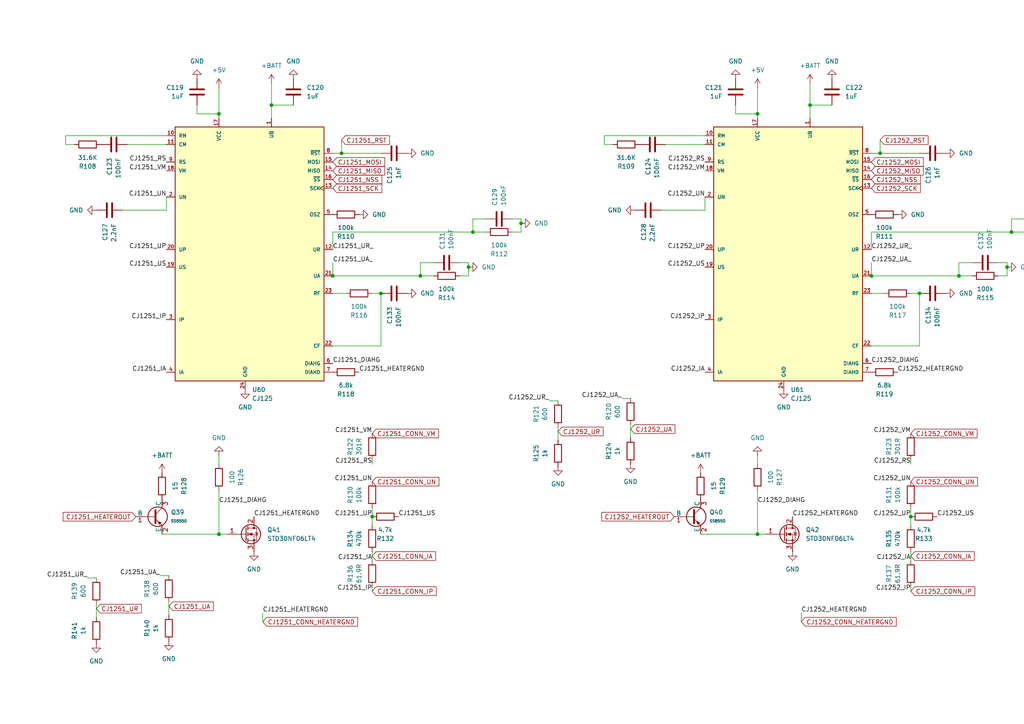
<source format=kicad_sch>
(kicad_sch (version 20250114) (generator "eeschema") (generator_version "9.0")
  (paper "A4")
  (lib_symbols
    (symbol "Device:C" (pin_numbers (hide yes)) (pin_names (offset 0.254))
      (property "Reference" "C" (at 0.635 2.54 0))
      (property "Value" "C" (at 0.635 -2.54 0))
      (symbol "C_0_1"
        (polyline (pts (xy -2.032 0.762) (xy 2.032 0.762)) (stroke (width 0.508)))
        (polyline (pts (xy -2.032 -0.762) (xy 2.032 -0.762)) (stroke (width 0.508)))
      )
      (symbol "C_1_1"
        (pin passive line (at 0 3.81 270) (length 2.794) (name "~") (number "1"))
        (pin passive line (at 0 -3.81 90) (length 2.794) (name "~") (number "2"))
      )
    )
    (symbol "Device:R" (pin_numbers (hide yes)) (pin_names (offset 0))
      (property "Reference" "R" (at 2.032 0 90))
      (property "Value" "R" (at 0 0 90))
      (symbol "R_0_1"
        (rectangle (start -1.016 -2.54) (end 1.016 2.54) (stroke (width 0.254)))
      )
      (symbol "R_1_1"
        (pin passive line (at 0 3.81 270) (length 1.27) (name "~") (number "1"))
        (pin passive line (at 0 -3.81 90) (length 1.27) (name "~") (number "2"))
      )
    )
    (symbol "PCM_JLCPCB-Transistors:PNP,SS8550" (pin_names (offset 0))
      (property "Reference" "Q" (at 4.8514 0.834 0))
      (property "Value" "SS8550" (at 4.8514 -1.2122 0))
      (symbol "PNP,SS8550_0_1"
        (polyline (pts (xy -2.54 0) (xy 0.635 0)) (stroke (width 0.1524)))
        (polyline (pts (xy 0.635 1.905) (xy 0.635 -1.905) (xy 0.635 -1.905)) (stroke (width 0.508)))
        (polyline (pts (xy 0.635 0.635) (xy 2.54 2.54)))
        (polyline (pts (xy 0.635 -0.635) (xy 2.54 -2.54) (xy 2.54 -2.54)))
        (circle (center 1.27 0) (radius 2.8194) (stroke (width 0.254)))
        (polyline (pts (xy 2.286 -1.778) (xy 1.778 -2.286) (xy 1.27 -1.27) (xy 2.286 -1.778) (xy 2.286 -1.778)) (fill (type outline)))
      )
      (symbol "PNP,SS8550_1_1"
        (pin input line (at -5.08 0 0) (length 2.54) (name "B") (number "1"))
        (pin open_collector line (at 2.54 5.08 270) (length 2.54) (name "C") (number "3"))
        (pin open_emitter line (at 2.54 -5.08 90) (length 2.54) (name "E") (number "2"))
      )
    )
    (symbol "Transistor_FET:STD7NK40Z" (pin_names (hide yes))
      (property "Reference" "Q" (at 5.08 1.905 0))
      (property "Value" "STD7NK40Z" (at 5.08 0 0))
      (symbol "STD7NK40Z_0_1"
        (polyline (pts (xy 0.254 1.905) (xy 0.254 -1.905)) (stroke (width 0.254)))
        (polyline (pts (xy 0.254 0) (xy -2.54 0)))
        (polyline (pts (xy 0.762 2.286) (xy 0.762 1.27)) (stroke (width 0.254)))
        (polyline (pts (xy 0.762 0.508) (xy 0.762 -0.508)) (stroke (width 0.254)))
        (polyline (pts (xy 0.762 -1.27) (xy 0.762 -2.286)) (stroke (width 0.254)))
        (polyline (pts (xy 0.762 -1.778) (xy 3.302 -1.778) (xy 3.302 1.778) (xy 0.762 1.778)))
        (polyline (pts (xy 1.016 0) (xy 2.032 0.381) (xy 2.032 -0.381) (xy 1.016 0)) (fill (type outline)))
        (circle (center 1.651 0) (radius 2.794) (stroke (width 0.254)))
        (polyline (pts (xy 2.54 2.54) (xy 2.54 1.778)))
        (circle (center 2.54 1.778) (radius 0.254) (fill (type outline)))
        (circle (center 2.54 -1.778) (radius 0.254) (fill (type outline)))
        (polyline (pts (xy 2.54 -2.54) (xy 2.54 0) (xy 0.762 0)))
        (polyline (pts (xy 2.794 0.508) (xy 2.921 0.381) (xy 3.683 0.381) (xy 3.81 0.254)))
        (polyline (pts (xy 3.302 0.381) (xy 2.921 -0.254) (xy 3.683 -0.254) (xy 3.302 0.381)))
      )
      (symbol "STD7NK40Z_1_1"
        (pin passive line (at -5.08 0 0) (length 2.54) (name "G") (number "1"))
        (pin passive line (at 2.54 5.08 270) (length 2.54) (name "D") (number "2"))
        (pin passive line (at 2.54 -5.08 90) (length 2.54) (name "S") (number "3"))
      )
    )
    (symbol "ecu_v2:CJ125" (pin_names (offset 1.016))
      (property "Reference" "U" (at -20.32 36.83 0))
      (property "Value" "CJ125" (at -20.32 -41.91 0))
      (symbol "CJ125_0_0"
        (rectangle (start -22.86 -38.1) (end 20.32 35.56) (stroke (width 0.254)) (fill (type background)))
        (pin passive line (at -25.4 33.02 0) (length 2.54) (name "RM") (number "10"))
        (pin passive line (at -25.4 30.48 0) (length 2.54) (name "CM") (number "11"))
        (pin passive line (at -25.4 25.4 0) (length 2.54) (name "RS") (number "9"))
        (pin passive line (at -25.4 22.86 0) (length 2.54) (name "VM") (number "18"))
        (pin passive line (at -25.4 15.24 0) (length 2.54) (name "UN") (number "2"))
        (pin passive line (at -25.4 0 0) (length 2.54) (name "UP") (number "20"))
        (pin passive line (at -25.4 -5.08 0) (length 2.54) (name "US") (number "19"))
        (pin passive line (at -25.4 -20.32 0) (length 2.54) (name "IP") (number "3"))
        (pin passive line (at -25.4 -35.56 0) (length 2.54) (name "IA") (number "4"))
        (pin passive line (at -10.16 38.1 270) (length 2.54) (name "VCC") (number "17"))
        (pin passive line (at -2.54 -40.64 90) (length 2.54) (name "GND") (number "24"))
        (pin passive line (at 5.08 38.1 270) (length 2.54) (name "UB") (number "1"))
        (pin input line (at 22.86 27.94 180) (length 2.54) (name "~{RST}") (number "8"))
        (pin input line (at 22.86 25.4 180) (length 2.54) (name "MOSI") (number "15"))
        (pin output line (at 22.86 22.86 180) (length 2.54) (name "MISO") (number "14"))
        (pin output line (at 22.86 20.32 180) (length 2.54) (name "~{SS}") (number "16"))
        (pin output clock (at 22.86 17.78 180) (length 2.54) (name "SCK") (number "13"))
        (pin passive line (at 22.86 10.16 180) (length 2.54) (name "OSZ") (number "5"))
        (pin passive line (at 22.86 0 180) (length 2.54) (name "UR") (number "12"))
        (pin passive line (at 22.86 -7.62 180) (length 2.54) (name "UA") (number "21"))
        (pin passive line (at 22.86 -12.7 180) (length 2.54) (name "RF") (number "23"))
        (pin passive line (at 22.86 -27.94 180) (length 2.54) (name "CF") (number "22"))
        (pin input line (at 22.86 -33.02 180) (length 2.54) (name "DIAHG") (number "6"))
        (pin input line (at 22.86 -35.56 180) (length 2.54) (name "DIAHD") (number "7"))
      )
    )
    (symbol "power:+5V" (power) (pin_numbers (hide yes)) (pin_names (offset 0) (hide yes))
      (property "Value" "+5V" (at 0 3.556 0))
      (symbol "+5V_0_1"
        (polyline (pts (xy -0.762 1.27) (xy 0 2.54)))
        (polyline (pts (xy 0 2.54) (xy 0.762 1.27)))
        (polyline (pts (xy 0 0) (xy 0 2.54)))
      )
      (symbol "+5V_1_1"
        (pin power_in line (at 0 0 90) (length 0) (name "~") (number "1"))
      )
    )
    (symbol "power:+BATT" (power) (pin_numbers (hide yes)) (pin_names (offset 0) (hide yes))
      (property "Value" "+BATT" (at 0 3.556 0))
      (symbol "+BATT_0_1"
        (polyline (pts (xy -0.762 1.27) (xy 0 2.54)))
        (polyline (pts (xy 0 2.54) (xy 0.762 1.27)))
        (polyline (pts (xy 0 0) (xy 0 2.54)))
      )
      (symbol "+BATT_1_1"
        (pin power_in line (at 0 0 90) (length 0) (name "~") (number "1"))
      )
    )
    (symbol "power:GND" (power) (pin_numbers (hide yes)) (pin_names (offset 0) (hide yes))
      (property "Value" "GND" (at 0 -3.81 0))
      (symbol "GND_0_1"
        (polyline (pts (xy 0 0) (xy 0 -1.27) (xy 1.27 -1.27) (xy 0 -2.54) (xy -1.27 -1.27) (xy 0 -1.27)))
      )
      (symbol "GND_1_1"
        (pin power_in line (at 0 0 270) (length 0) (name "~") (number "1"))
      )
    )
  )
  (junction (at 292.1 77.47))
  (junction (at 255.27 44.45))
  (junction (at 219.71 33.02))
  (junction (at 234.95 30.48))
  (junction (at 266.7 85.09))
  (junction (at 151.13 64.77))
  (junction (at 96.52 80.01))
  (junction (at 219.71 154.94))
  (junction (at 137.16 67.31))
  (junction (at 99.06 44.45))
  (junction (at 278.13 80.01))
  (junction (at 78.74 30.48))
  (junction (at 63.5 154.94))
  (junction (at 264.16 149.86))
  (junction (at 63.5 33.02))
  (junction (at 293.37 67.31))
  (junction (at 107.95 149.86))
  (junction (at 121.92 80.01))
  (junction (at 135.89 77.47))
  (junction (at 252.73 80.01))
  (junction (at 110.49 85.09))
  (junction (at 307.34 64.77))
  (wire (pts (xy 292.1 76.2) (xy 292.1 77.47)))
  (wire (pts (xy 191.77 60.96) (xy 204.47 60.96)))
  (wire (pts (xy 234.95 30.48) (xy 234.95 34.29)))
  (wire (pts (xy 159.3115 116.2509) (xy 161.8515 116.2509)))
  (wire (pts (xy 96.52 80.01) (xy 121.92 80.01)))
  (wire (pts (xy 304.8 63.5) (xy 307.34 63.5)))
  (wire (pts (xy 107.95 134.62) (xy 107.95 133.35)))
  (wire (pts (xy 252.73 67.31) (xy 252.73 72.39)))
  (wire (pts (xy 63.5 25.4) (xy 63.5 33.02)))
  (wire (pts (xy 19.05 41.91) (xy 21.59 41.91)))
  (wire (pts (xy 121.92 76.2) (xy 121.92 80.01)))
  (wire (pts (xy 78.74 30.48) (xy 78.74 34.29)))
  (wire (pts (xy 99.06 44.45) (xy 110.49 44.45)))
  (wire (pts (xy 204.47 60.96) (xy 204.47 57.15)))
  (wire (pts (xy 293.37 67.31) (xy 252.73 67.31)))
  (wire (pts (xy 293.37 63.5) (xy 293.37 67.31)))
  (wire (pts (xy 107.95 149.86) (xy 107.95 152.4)))
  (wire (pts (xy 96.52 44.45) (xy 99.06 44.45)))
  (wire (pts (xy 148.59 67.31) (xy 151.13 67.31)))
  (wire (pts (xy 133.35 76.2) (xy 135.89 76.2)))
  (wire (pts (xy 137.16 67.31) (xy 140.97 67.31)))
  (wire (pts (xy 182.88 123.19) (xy 182.88 127)))
  (wire (pts (xy 255.27 44.45) (xy 255.27 40.64)))
  (wire (pts (xy 46.4285 166.9591) (xy 48.9685 166.9591)))
  (wire (pts (xy 278.13 80.01) (xy 281.94 80.01)))
  (wire (pts (xy 63.5 154.94) (xy 66.04 154.94)))
  (wire (pts (xy 175.26 41.91) (xy 177.8 41.91)))
  (wire (pts (xy 135.89 80.01) (xy 135.89 77.47)))
  (wire (pts (xy 255.27 44.45) (xy 266.7 44.45)))
  (wire (pts (xy 151.13 67.31) (xy 151.13 64.77)))
  (wire (pts (xy 252.73 76.2) (xy 252.73 80.01)))
  (wire (pts (xy 203.2 154.94) (xy 219.71 154.94)))
  (wire (pts (xy 204.47 39.37) (xy 175.26 39.37)))
  (wire (pts (xy 137.16 63.5) (xy 137.16 67.31)))
  (wire (pts (xy 232.41 177.8) (xy 232.41 180.34)))
  (wire (pts (xy 135.89 76.2) (xy 135.89 77.47)))
  (wire (pts (xy 25.4 167.64) (xy 27.94 167.64)))
  (wire (pts (xy 264.16 149.86) (xy 264.16 152.4)))
  (wire (pts (xy 48.26 39.37) (xy 19.05 39.37)))
  (wire (pts (xy 307.34 63.5) (xy 307.34 64.77)))
  (wire (pts (xy 193.04 41.91) (xy 204.47 41.91)))
  (wire (pts (xy 219.71 142.24) (xy 219.71 154.94)))
  (wire (pts (xy 110.49 100.33) (xy 110.49 85.09)))
  (wire (pts (xy 96.52 100.33) (xy 110.49 100.33)))
  (wire (pts (xy 63.5 132.08) (xy 63.5 134.62)))
  (wire (pts (xy 252.73 80.01) (xy 278.13 80.01)))
  (wire (pts (xy 213.36 33.02) (xy 219.71 33.02)))
  (wire (pts (xy 307.34 67.31) (xy 307.34 64.77)))
  (wire (pts (xy 289.56 76.2) (xy 292.1 76.2)))
  (wire (pts (xy 266.7 100.33) (xy 266.7 85.09)))
  (wire (pts (xy 76.2 177.8) (xy 76.2 180.34)))
  (wire (pts (xy 107.95 149.86) (xy 107.95 147.32)))
  (wire (pts (xy 297.18 63.5) (xy 293.37 63.5)))
  (wire (pts (xy 121.92 80.01) (xy 125.73 80.01)))
  (wire (pts (xy 241.3 30.48) (xy 234.95 30.48)))
  (wire (pts (xy 252.73 44.45) (xy 255.27 44.45)))
  (wire (pts (xy 266.7 85.09) (xy 264.16 85.09)))
  (wire (pts (xy 180.34 115.57) (xy 182.88 115.57)))
  (wire (pts (xy 264.16 162.56) (xy 264.16 160.02)))
  (wire (pts (xy 148.59 63.5) (xy 151.13 63.5)))
  (wire (pts (xy 151.13 63.5) (xy 151.13 64.77)))
  (wire (pts (xy 96.52 76.2) (xy 96.52 80.01)))
  (wire (pts (xy 107.95 162.56) (xy 107.95 160.02)))
  (wire (pts (xy 96.52 85.09) (xy 100.33 85.09)))
  (wire (pts (xy 140.97 63.5) (xy 137.16 63.5)))
  (wire (pts (xy 63.5 142.24) (xy 63.5 154.94)))
  (wire (pts (xy 46.99 154.94) (xy 63.5 154.94)))
  (wire (pts (xy 57.15 33.02) (xy 63.5 33.02)))
  (wire (pts (xy 219.71 154.94) (xy 222.25 154.94)))
  (wire (pts (xy 78.74 24.13) (xy 78.74 30.48)))
  (wire (pts (xy 264.16 149.86) (xy 264.16 147.32)))
  (wire (pts (xy 85.09 30.48) (xy 78.74 30.48)))
  (wire (pts (xy 252.73 85.09) (xy 256.54 85.09)))
  (wire (pts (xy 63.5 33.02) (xy 63.5 34.29)))
  (wire (pts (xy 213.36 30.48) (xy 213.36 33.02)))
  (wire (pts (xy 219.71 132.08) (xy 219.71 134.62)))
  (wire (pts (xy 293.37 67.31) (xy 297.18 67.31)))
  (wire (pts (xy 281.94 76.2) (xy 278.13 76.2)))
  (wire (pts (xy 264.16 134.62) (xy 264.16 133.35)))
  (wire (pts (xy 35.56 60.96) (xy 48.26 60.96)))
  (wire (pts (xy 27.94 175.26) (xy 27.94 179.07)))
  (wire (pts (xy 137.16 67.31) (xy 96.52 67.31)))
  (wire (pts (xy 175.26 39.37) (xy 175.26 41.91)))
  (wire (pts (xy 133.35 80.01) (xy 135.89 80.01)))
  (wire (pts (xy 125.73 76.2) (xy 121.92 76.2)))
  (wire (pts (xy 96.52 67.31) (xy 96.52 72.39)))
  (wire (pts (xy 110.49 85.09) (xy 107.95 85.09)))
  (wire (pts (xy 107.95 171.45) (xy 107.95 170.18)))
  (wire (pts (xy 264.16 171.45) (xy 264.16 170.18)))
  (wire (pts (xy 19.05 39.37) (xy 19.05 41.91)))
  (wire (pts (xy 99.06 44.45) (xy 99.06 40.64)))
  (wire (pts (xy 234.95 24.13) (xy 234.95 30.48)))
  (wire (pts (xy 278.13 76.2) (xy 278.13 80.01)))
  (wire (pts (xy 57.15 30.48) (xy 57.15 33.02)))
  (wire (pts (xy 252.73 100.33) (xy 266.7 100.33)))
  (wire (pts (xy 289.56 80.01) (xy 292.1 80.01)))
  (wire (pts (xy 304.8 67.31) (xy 307.34 67.31)))
  (wire (pts (xy 292.1 80.01) (xy 292.1 77.47)))
  (wire (pts (xy 161.8515 123.8709) (xy 161.8515 127.6809)))
  (wire (pts (xy 36.83 41.91) (xy 48.26 41.91)))
  (wire (pts (xy 219.71 33.02) (xy 219.71 34.29)))
  (wire (pts (xy 48.26 60.96) (xy 48.26 57.15)))
  (wire (pts (xy 219.71 25.4) (xy 219.71 33.02)))
  (wire (pts (xy 48.9685 174.5791) (xy 48.9685 178.3891)))
  (label "CJ1252_VM" (at 264.16 125.73 180))
  (label "CJ1252_HEATERGND" (at 229.87 149.86 0))
  (label "CJ1252_VM" (at 204.47 49.53 180))
  (label "CJ1252_UA_" (at 252.73 76.2 0))
  (label "CJ1251_UA_" (at 96.52 76.2 0))
  (label "CJ1252_US" (at 204.47 77.47 180))
  (label "CJ1251_RS" (at 107.95 134.62 180))
  (label "CJ1252_UN" (at 264.16 139.7 180))
  (label "CJ1251_IP" (at 107.95 171.45 180))
  (label "CJ1251_DIAHG" (at 96.52 105.41 0))
  (label "CJ1251_US" (at 115.57 149.86 0))
  (label "CJ1251_HEATERGND" (at 73.66 149.86 0))
  (label "CJ1252_DIAHG" (at 219.71 146.05 0))
  (label "CJ1251_UN" (at 48.26 57.15 180))
  (label "CJ1252_IA" (at 204.47 107.95 180))
  (label "CJ1251_UP" (at 107.95 149.86 180))
  (label "CJ1251_IA" (at 48.26 107.95 180))
  (label "CJ1251_UA_" (at 46.4285 166.9591 180))
  (label "CJ1252_UP" (at 264.16 149.86 180))
  (label "CJ1252_IA" (at 264.16 162.56 180))
  (label "CJ1251_UR_" (at 25.4 167.64 180))
  (label "CJ1251_HEATERGND" (at 104.14 107.95 0))
  (label "CJ1251_VM" (at 107.95 125.73 180))
  (label "CJ1251_UN" (at 107.95 139.7 180))
  (label "CJ1252_UR_" (at 252.73 72.39 0))
  (label "CJ1251_IA" (at 107.95 162.56 180))
  (label "CJ1252_RS" (at 264.16 134.62 180))
  (label "CJ1252_IP" (at 204.47 92.71 180))
  (label "CJ1251_RS" (at 48.26 46.99 180))
  (label "CJ1252_HEATERGND" (at 260.35 107.95 0))
  (label "CJ1251_UP" (at 48.26 72.39 180))
  (label "CJ1252_UP" (at 204.47 72.39 180))
  (label "CJ1252_UN" (at 204.47 57.15 180))
  (label "CJ1252_HEATERGND" (at 232.41 177.8 0))
  (label "CJ1252_RS" (at 204.47 46.99 180))
  (label "CJ1252_UA_" (at 180.34 115.57 180))
  (label "CJ1252_IP" (at 264.16 171.45 180))
  (label "CJ1252_US" (at 271.78 149.86 0))
  (label "CJ1251_IP" (at 48.26 92.71 180))
  (label "CJ1252_UR_" (at 159.3115 116.2509 180))
  (label "CJ1251_DIAHG" (at 63.5 146.05 0))
  (label "CJ1251_UR_" (at 96.52 72.39 0))
  (label "CJ1251_HEATERGND" (at 76.2 177.8 0))
  (label "CJ1251_VM" (at 48.26 49.53 180))
  (label "CJ1251_US" (at 48.26 77.47 180))
  (label "CJ1252_DIAHG" (at 252.73 105.41 0))
  (global_label "CJ1251_HEATEROUT" (shape input) (at 39.37 149.86 180) (property "Intersheetrefs" "${INTERSHEET_REFS}" (effects (hide yes))))
  (global_label "CJ1251_RST" (shape input) (at 99.06 40.64 0) (property "Intersheetrefs" "${INTERSHEET_REFS}" (effects (hide yes))))
  (global_label "CJ1252_MOSI" (shape input) (at 252.73 46.99 0) (property "Intersheetrefs" "${INTERSHEET_REFS}" (effects (hide yes))))
  (global_label "CJ1251_CONN_IP" (shape input) (at 107.95 171.45 0) (property "Intersheetrefs" "${INTERSHEET_REFS}" (effects (hide yes))))
  (global_label "CJ1251_MISO" (shape input) (at 96.52 49.53 0) (property "Intersheetrefs" "${INTERSHEET_REFS}" (effects (hide yes))))
  (global_label "CJ1252_CONN_VM" (shape input) (at 264.16 125.73 0) (property "Intersheetrefs" "${INTERSHEET_REFS}" (effects (hide yes))))
  (global_label "CJ1252_CONN_HEATERGND" (shape input) (at 232.41 180.34 0) (property "Intersheetrefs" "${INTERSHEET_REFS}" (effects (hide yes))))
  (global_label "CJ1251_MOSI" (shape input) (at 96.52 46.99 0) (property "Intersheetrefs" "${INTERSHEET_REFS}" (effects (hide yes))))
  (global_label "CJ1251_CONN_HEATERGND" (shape input) (at 76.2 180.34 0) (property "Intersheetrefs" "${INTERSHEET_REFS}" (effects (hide yes))))
  (global_label "CJ1252_CONN_UN" (shape input) (at 264.16 139.7 0) (property "Intersheetrefs" "${INTERSHEET_REFS}" (effects (hide yes))))
  (global_label "CJ1252_UA" (shape input) (at 182.88 124.46 0) (property "Intersheetrefs" "${INTERSHEET_REFS}" (effects (hide yes))))
  (global_label "CJ1251_NSS" (shape input) (at 96.52 52.07 0) (property "Intersheetrefs" "${INTERSHEET_REFS}" (effects (hide yes))))
  (global_label "CJ1252_NSS" (shape input) (at 252.73 52.07 0) (property "Intersheetrefs" "${INTERSHEET_REFS}" (effects (hide yes))))
  (global_label "CJ1251_CONN_UN" (shape input) (at 107.95 139.7 0) (property "Intersheetrefs" "${INTERSHEET_REFS}" (effects (hide yes))))
  (global_label "CJ1252_HEATEROUT" (shape input) (at 195.58 149.86 180) (property "Intersheetrefs" "${INTERSHEET_REFS}" (effects (hide yes))))
  (global_label "CJ1252_CONN_IA" (shape input) (at 264.16 161.29 0) (property "Intersheetrefs" "${INTERSHEET_REFS}" (effects (hide yes))))
  (global_label "CJ1252_UR" (shape input) (at 161.8515 125.1409 0) (property "Intersheetrefs" "${INTERSHEET_REFS}" (effects (hide yes))))
  (global_label "CJ1252_MISO" (shape input) (at 252.73 49.53 0) (property "Intersheetrefs" "${INTERSHEET_REFS}" (effects (hide yes))))
  (global_label "CJ1251_CONN_VM" (shape input) (at 107.95 125.73 0) (property "Intersheetrefs" "${INTERSHEET_REFS}" (effects (hide yes))))
  (global_label "CJ1252_SCK" (shape input) (at 252.73 54.61 0) (property "Intersheetrefs" "${INTERSHEET_REFS}" (effects (hide yes))))
  (global_label "CJ1251_UR" (shape input) (at 27.94 176.53 0) (property "Intersheetrefs" "${INTERSHEET_REFS}" (effects (hide yes))))
  (global_label "CJ1251_CONN_IA" (shape input) (at 107.95 161.29 0) (property "Intersheetrefs" "${INTERSHEET_REFS}" (effects (hide yes))))
  (global_label "CJ1251_SCK" (shape input) (at 96.52 54.61 0) (property "Intersheetrefs" "${INTERSHEET_REFS}" (effects (hide yes))))
  (global_label "CJ1252_CONN_IP" (shape input) (at 264.16 171.45 0) (property "Intersheetrefs" "${INTERSHEET_REFS}" (effects (hide yes))))
  (global_label "CJ1252_RST" (shape input) (at 255.27 40.64 0) (property "Intersheetrefs" "${INTERSHEET_REFS}" (effects (hide yes))))
  (global_label "CJ1251_UA" (shape input) (at 48.9685 175.8491 0) (property "Intersheetrefs" "${INTERSHEET_REFS}" (effects (hide yes))))
  (symbol (lib_id "power:GND") (at 260.35 62.23 90) (unit 1)
    (property "Reference" "#PWR0360" (effects (hide yes)))
    (property "Value" "GND" (at 264.16 62.2299 90) (effects (justify right)))
    (property "Description" "Power symbol creates a global label with name \"GND\" , ground" (effects (hide yes)))
  )
  (symbol (lib_id "Device:C") (at 189.23 41.91 90) (mirror x) (unit 1)
    (property "Reference" "C124" (at 187.9599 45.72 0) (effects (justify left)))
    (property "Value" "100nF" (at 190.4999 45.72 0) (effects (justify left)))
    (property "Footprint" "Capacitor_SMD:C_0402_1005Metric" (effects (hide yes)))
    (property "Description" "Unpolarized capacitor" (effects (hide yes)))
  )
  (symbol (lib_id "Device:R") (at 285.75 80.01 270) (mirror x) (unit 1)
    (property "Reference" "R115" (at 285.75 86.36 90))
    (property "Value" "100k" (at 285.75 83.82 90))
    (property "Footprint" "Resistor_SMD:R_0402_1005Metric" (effects (hide yes)))
    (property "Description" "Resistor" (effects (hide yes)))
  )
  (symbol (lib_id "power:GND") (at 241.3 22.86 180) (unit 1)
    (property "Reference" "#PWR0350" (effects (hide yes)))
    (property "Value" "GND" (at 241.3 17.78 0))
    (property "Description" "Power symbol creates a global label with name \"GND\" , ground" (effects (hide yes)))
  )
  (symbol (lib_id "Device:R") (at 107.95 156.21 0) (mirror x) (unit 1)
    (property "Reference" "R134" (at 101.6 156.21 90))
    (property "Value" "470k" (at 104.14 156.21 90))
    (property "Footprint" "Resistor_SMD:R_0402_1005Metric" (effects (hide yes)))
    (property "Description" "Resistor" (effects (hide yes)))
  )
  (symbol (lib_id "power:GND") (at 229.87 160.02 0) (unit 1)
    (property "Reference" "#PWR0376" (effects (hide yes)))
    (property "Value" "GND" (at 229.87 165.1 0))
    (property "Description" "Power symbol creates a global label with name \"GND\" , ground" (effects (hide yes)))
  )
  (symbol (lib_id "Device:R") (at 46.99 140.97 0) (mirror y) (unit 1)
    (property "Reference" "R128" (at 53.34 140.97 90))
    (property "Value" "15" (at 50.8 140.97 90))
    (property "Footprint" "Resistor_SMD:R_0402_1005Metric" (effects (hide yes)))
    (property "Description" "Resistor" (effects (hide yes)))
  )
  (symbol (lib_id "power:+5V") (at 219.71 25.4 0) (unit 1)
    (property "Reference" "#PWR0354" (effects (hide yes)))
    (property "Value" "+5V" (at 219.71 20.32 0))
    (property "Description" "Power symbol creates a global label with name \"+5V\"" (effects (hide yes)))
  )
  (symbol (lib_id "Device:R") (at 104.14 85.09 270) (mirror x) (unit 1)
    (property "Reference" "R116" (at 104.14 91.44 90))
    (property "Value" "100k" (at 104.14 88.9 90))
    (property "Footprint" "Resistor_SMD:R_0402_1005Metric" (effects (hide yes)))
    (property "Description" "Resistor" (effects (hide yes)))
  )
  (symbol (lib_id "power:GND") (at 184.15 60.96 270) (unit 1)
    (property "Reference" "#PWR0358" (effects (hide yes)))
    (property "Value" "GND" (at 180.34 60.9599 90) (effects (justify right)))
    (property "Description" "Power symbol creates a global label with name \"GND\" , ground" (effects (hide yes)))
  )
  (symbol (lib_id "Device:C") (at 285.75 76.2 90) (unit 1)
    (property "Reference" "C132" (at 284.4799 72.39 0) (effects (justify left)))
    (property "Value" "100nF" (at 287.0199 72.39 0) (effects (justify left)))
    (property "Footprint" "Capacitor_SMD:C_0402_1005Metric" (effects (hide yes)))
    (property "Description" "Unpolarized capacitor" (effects (hide yes)))
  )
  (symbol (lib_id "Device:C") (at 57.15 26.67 0) (mirror y) (unit 1)
    (property "Reference" "C119" (at 53.34 25.3999 0) (effects (justify left)))
    (property "Value" "1uF" (at 53.34 27.9399 0) (effects (justify left)))
    (property "Footprint" "Capacitor_SMD:C_0402_1005Metric" (effects (hide yes)))
    (property "Description" "Unpolarized capacitor" (effects (hide yes)))
  )
  (symbol (lib_id "Device:C") (at 33.02 41.91 90) (mirror x) (unit 1)
    (property "Reference" "C123" (at 31.7499 45.72 0) (effects (justify left)))
    (property "Value" "100nF" (at 34.2899 45.72 0) (effects (justify left)))
    (property "Footprint" "Capacitor_SMD:C_0402_1005Metric" (effects (hide yes)))
    (property "Description" "Unpolarized capacitor" (effects (hide yes)))
  )
  (symbol (lib_id "power:GND") (at 307.34 64.77 90) (unit 1)
    (property "Reference" "#PWR0362" (effects (hide yes)))
    (property "Value" "GND" (at 311.15 64.7699 90) (effects (justify right)))
    (property "Description" "Power symbol creates a global label with name \"GND\" , ground" (effects (hide yes)))
  )
  (symbol (lib_id "Device:R") (at 100.33 62.23 270) (mirror x) (unit 1)
    (property "Reference" "R110" (at 100.33 68.58 90))
    (property "Value" "100k" (at 100.33 66.04 90))
    (property "Footprint" "Resistor_SMD:R_0402_1005Metric" (effects (hide yes)))
    (property "Description" "Resistor" (effects (hide yes)))
  )
  (symbol (lib_id "power:+BATT") (at 78.74 24.13 0) (unit 1)
    (property "Reference" "#PWR0351" (effects (hide yes)))
    (property "Value" "+BATT" (at 78.74 19.05 0))
    (property "Description" "Power symbol creates a global label with name \"+BATT\"" (effects (hide yes)))
  )
  (symbol (lib_id "power:GND") (at 227.33 113.03 0) (unit 1)
    (property "Reference" "#PWR0368" (effects (hide yes)))
    (property "Value" "GND" (at 227.33 118.11 0))
    (property "Description" "Power symbol creates a global label with name \"GND\" , ground" (effects (hide yes)))
  )
  (symbol (lib_id "Transistor_FET:STD7NK40Z") (at 71.12 154.94 0) (unit 1)
    (property "Reference" "Q41" (at 77.47 153.6699 0) (effects (justify left)))
    (property "Value" "STD30NF06LT4" (at 77.47 156.2099 0) (effects (justify left)))
    (property "Footprint" "Package_TO_SOT_SMD:TO-252-2" (effects (hide yes)))
    (property "Datasheet" "https://www.st.com/resource/en/datasheet/std7nk40zt4.pdf" (effects (hide yes)))
    (property "Description" "5.4A Id, 400V Vds, N-Channel MOSFET, 1Ohm Ron, DPAK" (effects (hide yes)))
  )
  (symbol (lib_id "power:GND") (at 63.5 132.08 180) (unit 1)
    (property "Reference" "#PWR0369" (effects (hide yes)))
    (property "Value" "GND" (at 63.5 127 0))
    (property "Description" "Power symbol creates a global label with name \"GND\" , ground" (effects (hide yes)))
  )
  (symbol (lib_id "Device:C") (at 213.36 26.67 0) (mirror y) (unit 1)
    (property "Reference" "C121" (at 209.55 25.3999 0) (effects (justify left)))
    (property "Value" "1uF" (at 209.55 27.9399 0) (effects (justify left)))
    (property "Footprint" "Capacitor_SMD:C_0402_1005Metric" (effects (hide yes)))
    (property "Description" "Unpolarized capacitor" (effects (hide yes)))
  )
  (symbol (lib_id "Device:R") (at 264.16 166.37 0) (mirror x) (unit 1)
    (property "Reference" "R137" (at 257.81 166.37 90))
    (property "Value" "61.9R" (at 260.35 166.37 90))
    (property "Footprint" "Resistor_SMD:R_0402_1005Metric" (effects (hide yes)))
    (property "Description" "Resistor" (effects (hide yes)))
  )
  (symbol (lib_id "Device:C") (at 114.3 44.45 90) (mirror x) (unit 1)
    (property "Reference" "C125" (at 113.0299 48.26 0) (effects (justify left)))
    (property "Value" "1nF" (at 115.5699 48.26 0) (effects (justify left)))
    (property "Footprint" "Capacitor_SMD:C_0402_1005Metric" (effects (hide yes)))
    (property "Description" "Unpolarized capacitor" (effects (hide yes)))
  )
  (symbol (lib_id "power:GND") (at 135.89 77.47 90) (unit 1)
    (property "Reference" "#PWR0363" (effects (hide yes)))
    (property "Value" "GND" (at 139.7 77.4699 90) (effects (justify right)))
    (property "Description" "Power symbol creates a global label with name \"GND\" , ground" (effects (hide yes)))
  )
  (symbol (lib_id "Device:R") (at 264.16 129.54 0) (mirror x) (unit 1)
    (property "Reference" "R123" (at 257.81 129.54 90))
    (property "Value" "301R" (at 260.35 129.54 90))
    (property "Footprint" "Resistor_SMD:R_0402_1005Metric" (effects (hide yes)))
    (property "Description" "Resistor" (effects (hide yes)))
  )
  (symbol (lib_id "Device:R") (at 107.95 143.51 0) (mirror x) (unit 1)
    (property "Reference" "R130" (at 101.6 143.51 90))
    (property "Value" "100k" (at 104.14 143.51 90))
    (property "Footprint" "Resistor_SMD:R_0402_1005Metric" (effects (hide yes)))
    (property "Description" "Resistor" (effects (hide yes)))
  )
  (symbol (lib_id "Device:R") (at 161.8515 131.4909 0) (mirror x) (unit 1)
    (property "Reference" "R125" (at 155.5015 131.4909 90))
    (property "Value" "1k" (at 158.0415 131.4909 90))
    (property "Footprint" "Resistor_SMD:R_0402_1005Metric" (effects (hide yes)))
    (property "Description" "Resistor" (effects (hide yes)))
  )
  (symbol (lib_id "Device:C") (at 241.3 26.67 0) (unit 1)
    (property "Reference" "C122" (at 245.11 25.3999 0) (effects (justify left)))
    (property "Value" "1uF" (at 245.11 27.9399 0) (effects (justify left)))
    (property "Footprint" "Capacitor_SMD:C_0402_1005Metric" (effects (hide yes)))
    (property "Description" "Unpolarized capacitor" (effects (hide yes)))
  )
  (symbol (lib_id "Device:R") (at 144.78 67.31 270) (mirror x) (unit 1)
    (property "Reference" "R112" (at 144.78 73.66 90))
    (property "Value" "100k" (at 144.78 71.12 90))
    (property "Footprint" "Resistor_SMD:R_0402_1005Metric" (effects (hide yes)))
    (property "Description" "Resistor" (effects (hide yes)))
  )
  (symbol (lib_id "power:GND") (at 274.32 44.45 90) (unit 1)
    (property "Reference" "#PWR0356" (effects (hide yes)))
    (property "Value" "GND" (at 278.13 44.4499 90) (effects (justify right)))
    (property "Description" "Power symbol creates a global label with name \"GND\" , ground" (effects (hide yes)))
  )
  (symbol (lib_id "PCM_JLCPCB-Transistors:PNP,SS8550") (at 200.66 149.86 0) (unit 1)
    (property "Reference" "Q40" (at 205.74 148.5899 0) (effects (justify left)))
    (property "Value" "SS8550" (at 205.74 151.13 0) (effects (font (size 0.8 0.8)) (justify left)))
    (property "Footprint" "PCM_JLCPCB:Q_SOT-23" (effects (hide yes)))
    (property "Datasheet" "https://wmsc.lcsc.com/wmsc/upload/file/pdf/v2/lcsc/2312221203_hongjiacheng-SS8550_C7420371.pdf" (effects (hide yes)))
    (property "Description" "25V 300mW 120@100mA,1.0V 1.5A PNP SOT-23 Bipolar (BJT) ROHS" (effects (hide yes)))
    (property "LCSC" "C7420371" (effects (hide yes)))
    (property "Stock" "493630" (effects (hide yes)))
    (property "Price" "0.015USD" (effects (hide yes)))
    (property "Process" "SMT" (effects (hide yes)))
    (property "Minimum Qty" "10" (effects (hide yes)))
    (property "Attrition Qty" "4" (effects (hide yes)))
    (property "Class" "Preferred Component" (effects (hide yes)))
    (property "Category" "Triode/MOS Tube/Transistor,Bipolar Transistors - BJT" (effects (hide yes)))
    (property "Manufacturer" "hongjiacheng" (effects (hide yes)))
    (property "Part" "SS8550" (effects (hide yes)))
    (property "Transition Frequency (fT)" "100MHz" (effects (hide yes)))
    (property "Operating Temperature" "-55°C~+150°C" (effects (hide yes)))
    (property "Collector Cut-Off Current (Icbo)" "0.1uA" (effects (hide yes)))
    (property "Transistor Type" "PNP" (effects (hide yes)))
    (property "DC Current Gain (hFE@Ic,Vce)" "120@100mA,1.0V" (effects (hide yes)))
    (property "Power Dissipation (Pd)" "300mW" (effects (hide yes)))
    (property "Collector Current (Ic)" "1.5A" (effects (hide yes)))
    (property "Collector-Emitter Saturation Voltage (VCE(sat)@Ic,Ib)" "0.5V@800mA,80mA" (effects (hide yes)))
    (property "Collector-Emitter Breakdown Voltage (Vceo)" "25V" (effects (hide yes)))
  )
  (symbol (lib_id "power:GND") (at 182.88 134.62 0) (unit 1)
    (property "Reference" "#PWR0371" (effects (hide yes)))
    (property "Value" "GND" (at 182.88 139.7 0))
    (property "Description" "Power symbol creates a global label with name \"GND\" , ground" (effects (hide yes)))
  )
  (symbol (lib_id "power:GND") (at 71.12 113.03 0) (unit 1)
    (property "Reference" "#PWR0367" (effects (hide yes)))
    (property "Value" "GND" (at 71.12 118.11 0))
    (property "Description" "Power symbol creates a global label with name \"GND\" , ground" (effects (hide yes)))
  )
  (symbol (lib_id "Device:R") (at 129.54 80.01 270) (mirror x) (unit 1)
    (property "Reference" "R114" (at 129.54 86.36 90))
    (property "Value" "100k" (at 129.54 83.82 90))
    (property "Footprint" "Resistor_SMD:R_0402_1005Metric" (effects (hide yes)))
    (property "Description" "Resistor" (effects (hide yes)))
  )
  (symbol (lib_id "power:GND") (at 73.66 160.02 0) (unit 1)
    (property "Reference" "#PWR0375" (effects (hide yes)))
    (property "Value" "GND" (at 73.66 165.1 0))
    (property "Description" "Power symbol creates a global label with name \"GND\" , ground" (effects (hide yes)))
  )
  (symbol (lib_id "Device:R") (at 300.99 67.31 270) (mirror x) (unit 1)
    (property "Reference" "R113" (at 300.99 73.66 90))
    (property "Value" "100k" (at 300.99 71.12 90))
    (property "Footprint" "Resistor_SMD:R_0402_1005Metric" (effects (hide yes)))
    (property "Description" "Resistor" (effects (hide yes)))
  )
  (symbol (lib_id "Device:R") (at 25.4 41.91 270) (mirror x) (unit 1)
    (property "Reference" "R108" (at 25.4 48.26 90))
    (property "Value" "31.6K" (at 25.4 45.72 90))
    (property "Footprint" "Resistor_SMD:R_0402_1005Metric" (effects (hide yes)))
    (property "Description" "Resistor" (effects (hide yes)))
  )
  (symbol (lib_id "power:GND") (at 27.94 186.69 0) (unit 1)
    (property "Reference" "#PWR0378" (effects (hide yes)))
    (property "Value" "GND" (at 27.94 191.77 0))
    (property "Description" "Power symbol creates a global label with name \"GND\" , ground" (effects (hide yes)))
  )
  (symbol (lib_id "Device:C") (at 129.54 76.2 90) (unit 1)
    (property "Reference" "C131" (at 128.2699 72.39 0) (effects (justify left)))
    (property "Value" "100nF" (at 130.8099 72.39 0) (effects (justify left)))
    (property "Footprint" "Capacitor_SMD:C_0402_1005Metric" (effects (hide yes)))
    (property "Description" "Unpolarized capacitor" (effects (hide yes)))
  )
  (symbol (lib_id "power:GND") (at 118.11 85.09 90) (unit 1)
    (property "Reference" "#PWR0365" (effects (hide yes)))
    (property "Value" "GND" (at 121.92 85.0899 90) (effects (justify right)))
    (property "Description" "Power symbol creates a global label with name \"GND\" , ground" (effects (hide yes)))
  )
  (symbol (lib_id "Device:R") (at 161.8515 120.0609 0) (mirror x) (unit 1)
    (property "Reference" "R121" (at 155.5015 120.0609 90))
    (property "Value" "600" (at 158.0415 120.0609 90))
    (property "Footprint" "Resistor_SMD:R_0402_1005Metric" (effects (hide yes)))
    (property "Description" "Resistor" (effects (hide yes)))
  )
  (symbol (lib_id "power:+5V") (at 63.5 25.4 0) (unit 1)
    (property "Reference" "#PWR0353" (effects (hide yes)))
    (property "Value" "+5V" (at 63.5 20.32 0))
    (property "Description" "Power symbol creates a global label with name \"+5V\"" (effects (hide yes)))
  )
  (symbol (lib_id "power:GND") (at 213.36 22.86 180) (unit 1)
    (property "Reference" "#PWR0349" (effects (hide yes)))
    (property "Value" "GND" (at 213.36 17.78 0))
    (property "Description" "Power symbol creates a global label with name \"GND\" , ground" (effects (hide yes)))
  )
  (symbol (lib_id "Transistor_FET:STD7NK40Z") (at 227.33 154.94 0) (unit 1)
    (property "Reference" "Q42" (at 233.68 153.6699 0) (effects (justify left)))
    (property "Value" "STD30NF06LT4" (at 233.68 156.2099 0) (effects (justify left)))
    (property "Footprint" "Package_TO_SOT_SMD:TO-252-2" (effects (hide yes)))
    (property "Datasheet" "https://www.st.com/resource/en/datasheet/std7nk40zt4.pdf" (effects (hide yes)))
    (property "Description" "5.4A Id, 400V Vds, N-Channel MOSFET, 1Ohm Ron, DPAK" (effects (hide yes)))
  )
  (symbol (lib_id "Device:R") (at 264.16 156.21 0) (mirror x) (unit 1)
    (property "Reference" "R135" (at 257.81 156.21 90))
    (property "Value" "470k" (at 260.35 156.21 90))
    (property "Footprint" "Resistor_SMD:R_0402_1005Metric" (effects (hide yes)))
    (property "Description" "Resistor" (effects (hide yes)))
  )
  (symbol (lib_id "Device:R") (at 182.88 119.38 0) (mirror x) (unit 1)
    (property "Reference" "R120" (at 176.53 119.38 90))
    (property "Value" "600" (at 179.07 119.38 90))
    (property "Footprint" "Resistor_SMD:R_0402_1005Metric" (effects (hide yes)))
    (property "Description" "Resistor" (effects (hide yes)))
  )
  (symbol (lib_id "Device:R") (at 48.9685 170.7691 0) (mirror x) (unit 1)
    (property "Reference" "R138" (at 42.6185 170.7691 90))
    (property "Value" "600" (at 45.1585 170.7691 90))
    (property "Footprint" "Resistor_SMD:R_0402_1005Metric" (effects (hide yes)))
    (property "Description" "Resistor" (effects (hide yes)))
  )
  (symbol (lib_id "power:GND") (at 219.71 132.08 180) (unit 1)
    (property "Reference" "#PWR0370" (effects (hide yes)))
    (property "Value" "GND" (at 219.71 127 0))
    (property "Description" "Power symbol creates a global label with name \"GND\" , ground" (effects (hide yes)))
  )
  (symbol (lib_id "ecu_v2:CJ125") (at 229.87 72.39 0) (unit 1)
    (property "Reference" "U61" (at 229.2986 113.03 0) (effects (justify left)))
    (property "Value" "CJ125" (at 229.2986 115.57 0) (effects (justify left)))
    (property "Footprint" "ecu_v2:SO24W" (effects (hide yes)))
    (property "MF" "Bosch" (effects (hide yes)))
    (property "Description_1" "LAMBDA PROBE INTERFACE IC" (effects (hide yes)))
    (property "Package" "None" (effects (hide yes)))
    (property "Price" "None" (effects (hide yes)))
    (property "SnapEDA_Link" "https://www.snapeda.com/parts/CJ125/Bosch/view-part/?ref=snap" (effects (hide yes)))
    (property "MP" "CJ125" (effects (hide yes)))
    (property "Availability" "Not in stock" (effects (hide yes)))
    (property "Check_prices" "https://www.snapeda.com/parts/CJ125/Bosch/view-part/?ref=eda" (effects (hide yes)))
  )
  (symbol (lib_id "power:GND") (at 161.8515 135.3009 0) (unit 1)
    (property "Reference" "#PWR0372" (effects (hide yes)))
    (property "Value" "GND" (at 161.8515 140.3809 0))
    (property "Description" "Power symbol creates a global label with name \"GND\" , ground" (effects (hide yes)))
  )
  (symbol (lib_id "Device:R") (at 260.35 85.09 270) (mirror x) (unit 1)
    (property "Reference" "R117" (at 260.35 91.44 90))
    (property "Value" "100k" (at 260.35 88.9 90))
    (property "Footprint" "Resistor_SMD:R_0402_1005Metric" (effects (hide yes)))
    (property "Description" "Resistor" (effects (hide yes)))
  )
  (symbol (lib_id "Device:R") (at 219.71 138.43 0) (mirror y) (unit 1)
    (property "Reference" "R127" (at 226.06 138.43 90))
    (property "Value" "100" (at 223.52 138.43 90))
    (property "Footprint" "Resistor_SMD:R_0402_1005Metric" (effects (hide yes)))
    (property "Description" "Resistor" (effects (hide yes)))
  )
  (symbol (lib_id "power:+BATT") (at 46.99 137.16 0) (unit 1)
    (property "Reference" "#PWR0373" (effects (hide yes)))
    (property "Value" "+BATT" (at 46.99 132.08 0))
    (property "Description" "Power symbol creates a global label with name \"+BATT\"" (effects (hide yes)))
  )
  (symbol (lib_id "power:GND") (at 292.1 77.47 90) (unit 1)
    (property "Reference" "#PWR0364" (effects (hide yes)))
    (property "Value" "GND" (at 295.91 77.4699 90) (effects (justify right)))
    (property "Description" "Power symbol creates a global label with name \"GND\" , ground" (effects (hide yes)))
  )
  (symbol (lib_id "Device:C") (at 270.51 44.45 90) (mirror x) (unit 1)
    (property "Reference" "C126" (at 269.2399 48.26 0) (effects (justify left)))
    (property "Value" "1nF" (at 271.7799 48.26 0) (effects (justify left)))
    (property "Footprint" "Capacitor_SMD:C_0402_1005Metric" (effects (hide yes)))
    (property "Description" "Unpolarized capacitor" (effects (hide yes)))
  )
  (symbol (lib_id "Device:C") (at 85.09 26.67 0) (unit 1)
    (property "Reference" "C120" (at 88.9 25.3999 0) (effects (justify left)))
    (property "Value" "1uF" (at 88.9 27.9399 0) (effects (justify left)))
    (property "Footprint" "Capacitor_SMD:C_0402_1005Metric" (effects (hide yes)))
    (property "Description" "Unpolarized capacitor" (effects (hide yes)))
  )
  (symbol (lib_id "power:+BATT") (at 203.2 137.16 0) (unit 1)
    (property "Reference" "#PWR0374" (effects (hide yes)))
    (property "Value" "+BATT" (at 203.2 132.08 0))
    (property "Description" "Power symbol creates a global label with name \"+BATT\"" (effects (hide yes)))
  )
  (symbol (lib_id "Device:C") (at 187.96 60.96 90) (mirror x) (unit 1)
    (property "Reference" "C128" (at 186.6899 64.77 0) (effects (justify left)))
    (property "Value" "2.2nF" (at 189.2299 64.77 0) (effects (justify left)))
    (property "Footprint" "Capacitor_SMD:C_0402_1005Metric" (effects (hide yes)))
    (property "Description" "Unpolarized capacitor" (effects (hide yes)))
  )
  (symbol (lib_id "Device:R") (at 182.88 130.81 0) (mirror x) (unit 1)
    (property "Reference" "R124" (at 176.53 130.81 90))
    (property "Value" "1k" (at 179.07 130.81 90))
    (property "Footprint" "Resistor_SMD:R_0402_1005Metric" (effects (hide yes)))
    (property "Description" "Resistor" (effects (hide yes)))
  )
  (symbol (lib_id "power:GND") (at 104.14 62.23 90) (unit 1)
    (property "Reference" "#PWR0359" (effects (hide yes)))
    (property "Value" "GND" (at 107.95 62.2299 90) (effects (justify right)))
    (property "Description" "Power symbol creates a global label with name \"GND\" , ground" (effects (hide yes)))
  )
  (symbol (lib_id "Device:C") (at 270.51 85.09 90) (mirror x) (unit 1)
    (property "Reference" "C134" (at 269.2399 88.9 0) (effects (justify left)))
    (property "Value" "100nF" (at 271.7799 88.9 0) (effects (justify left)))
    (property "Footprint" "Capacitor_SMD:C_0402_1005Metric" (effects (hide yes)))
    (property "Description" "Unpolarized capacitor" (effects (hide yes)))
  )
  (symbol (lib_id "Device:R") (at 63.5 138.43 0) (mirror y) (unit 1)
    (property "Reference" "R126" (at 69.85 138.43 90))
    (property "Value" "100" (at 67.31 138.43 90))
    (property "Footprint" "Resistor_SMD:R_0402_1005Metric" (effects (hide yes)))
    (property "Description" "Resistor" (effects (hide yes)))
  )
  (symbol (lib_id "power:GND") (at 118.11 44.45 90) (unit 1)
    (property "Reference" "#PWR0355" (effects (hide yes)))
    (property "Value" "GND" (at 121.92 44.4499 90) (effects (justify right)))
    (property "Description" "Power symbol creates a global label with name \"GND\" , ground" (effects (hide yes)))
  )
  (symbol (lib_id "power:GND") (at 85.09 22.86 180) (unit 1)
    (property "Reference" "#PWR0348" (effects (hide yes)))
    (property "Value" "GND" (at 85.09 17.78 0))
    (property "Description" "Power symbol creates a global label with name \"GND\" , ground" (effects (hide yes)))
  )
  (symbol (lib_id "Device:R") (at 100.33 107.95 270) (mirror x) (unit 1)
    (property "Reference" "R118" (at 100.33 114.3 90))
    (property "Value" "6.8k" (at 100.33 111.76 90))
    (property "Footprint" "Resistor_SMD:R_0402_1005Metric" (effects (hide yes)))
    (property "Description" "Resistor" (effects (hide yes)))
  )
  (symbol (lib_id "Device:R") (at 48.9685 182.1991 0) (mirror x) (unit 1)
    (property "Reference" "R140" (at 42.6185 182.1991 90))
    (property "Value" "1k" (at 45.1585 182.1991 90))
    (property "Footprint" "Resistor_SMD:R_0402_1005Metric" (effects (hide yes)))
    (property "Description" "Resistor" (effects (hide yes)))
  )
  (symbol (lib_id "Device:C") (at 31.75 60.96 90) (mirror x) (unit 1)
    (property "Reference" "C127" (at 30.4799 64.77 0) (effects (justify left)))
    (property "Value" "2.2nF" (at 33.0199 64.77 0) (effects (justify left)))
    (property "Footprint" "Capacitor_SMD:C_0402_1005Metric" (effects (hide yes)))
    (property "Description" "Unpolarized capacitor" (effects (hide yes)))
  )
  (symbol (lib_id "PCM_JLCPCB-Transistors:PNP,SS8550") (at 44.45 149.86 0) (unit 1)
    (property "Reference" "Q39" (at 49.53 148.5899 0) (effects (justify left)))
    (property "Value" "SS8550" (at 49.53 151.13 0) (effects (font (size 0.8 0.8)) (justify left)))
    (property "Footprint" "PCM_JLCPCB:Q_SOT-23" (effects (hide yes)))
    (property "Datasheet" "https://wmsc.lcsc.com/wmsc/upload/file/pdf/v2/lcsc/2312221203_hongjiacheng-SS8550_C7420371.pdf" (effects (hide yes)))
    (property "Description" "25V 300mW 120@100mA,1.0V 1.5A PNP SOT-23 Bipolar (BJT) ROHS" (effects (hide yes)))
    (property "LCSC" "C7420371" (effects (hide yes)))
    (property "Stock" "493630" (effects (hide yes)))
    (property "Price" "0.015USD" (effects (hide yes)))
    (property "Process" "SMT" (effects (hide yes)))
    (property "Minimum Qty" "10" (effects (hide yes)))
    (property "Attrition Qty" "4" (effects (hide yes)))
    (property "Class" "Preferred Component" (effects (hide yes)))
    (property "Category" "Triode/MOS Tube/Transistor,Bipolar Transistors - BJT" (effects (hide yes)))
    (property "Manufacturer" "hongjiacheng" (effects (hide yes)))
    (property "Part" "SS8550" (effects (hide yes)))
    (property "Transition Frequency (fT)" "100MHz" (effects (hide yes)))
    (property "Operating Temperature" "-55°C~+150°C" (effects (hide yes)))
    (property "Collector Cut-Off Current (Icbo)" "0.1uA" (effects (hide yes)))
    (property "Transistor Type" "PNP" (effects (hide yes)))
    (property "DC Current Gain (hFE@Ic,Vce)" "120@100mA,1.0V" (effects (hide yes)))
    (property "Power Dissipation (Pd)" "300mW" (effects (hide yes)))
    (property "Collector Current (Ic)" "1.5A" (effects (hide yes)))
    (property "Collector-Emitter Saturation Voltage (VCE(sat)@Ic,Ib)" "0.5V@800mA,80mA" (effects (hide yes)))
    (property "Collector-Emitter Breakdown Voltage (Vceo)" "25V" (effects (hide yes)))
  )
  (symbol (lib_id "power:GND") (at 27.94 60.96 270) (unit 1)
    (property "Reference" "#PWR0357" (effects (hide yes)))
    (property "Value" "GND" (at 24.13 60.9599 90) (effects (justify right)))
    (property "Description" "Power symbol creates a global label with name \"GND\" , ground" (effects (hide yes)))
  )
  (symbol (lib_id "power:GND") (at 48.9685 186.0091 0) (unit 1)
    (property "Reference" "#PWR0377" (effects (hide yes)))
    (property "Value" "GND" (at 48.9685 191.0891 0))
    (property "Description" "Power symbol creates a global label with name \"GND\" , ground" (effects (hide yes)))
  )
  (symbol (lib_id "Device:R") (at 27.94 171.45 0) (mirror x) (unit 1)
    (property "Reference" "R139" (at 21.59 171.45 90))
    (property "Value" "600" (at 24.13 171.45 90))
    (property "Footprint" "Resistor_SMD:R_0402_1005Metric" (effects (hide yes)))
    (property "Description" "Resistor" (effects (hide yes)))
  )
  (symbol (lib_id "Device:R") (at 203.2 140.97 0) (mirror y) (unit 1)
    (property "Reference" "R129" (at 209.55 140.97 90))
    (property "Value" "15" (at 207.01 140.97 90))
    (property "Footprint" "Resistor_SMD:R_0402_1005Metric" (effects (hide yes)))
    (property "Description" "Resistor" (effects (hide yes)))
  )
  (symbol (lib_id "Device:C") (at 300.99 63.5 90) (unit 1)
    (property "Reference" "C130" (at 299.7199 59.69 0) (effects (justify left)))
    (property "Value" "100nF" (at 302.2599 59.69 0) (effects (justify left)))
    (property "Footprint" "Capacitor_SMD:C_0402_1005Metric" (effects (hide yes)))
    (property "Description" "Unpolarized capacitor" (effects (hide yes)))
  )
  (symbol (lib_id "power:GND") (at 274.32 85.09 90) (unit 1)
    (property "Reference" "#PWR0366" (effects (hide yes)))
    (property "Value" "GND" (at 278.13 85.0899 90) (effects (justify right)))
    (property "Description" "Power symbol creates a global label with name \"GND\" , ground" (effects (hide yes)))
  )
  (symbol (lib_id "Device:R") (at 256.54 107.95 270) (mirror x) (unit 1)
    (property "Reference" "R119" (at 256.54 114.3 90))
    (property "Value" "6.8k" (at 256.54 111.76 90))
    (property "Footprint" "Resistor_SMD:R_0402_1005Metric" (effects (hide yes)))
    (property "Description" "Resistor" (effects (hide yes)))
  )
  (symbol (lib_id "Device:R") (at 267.97 149.86 270) (mirror x) (unit 1)
    (property "Reference" "R133" (at 267.97 156.21 90))
    (property "Value" "4.7k" (at 267.97 153.67 90))
    (property "Footprint" "Resistor_SMD:R_0402_1005Metric" (effects (hide yes)))
    (property "Description" "Resistor" (effects (hide yes)))
  )
  (symbol (lib_id "power:+BATT") (at 234.95 24.13 0) (unit 1)
    (property "Reference" "#PWR0352" (effects (hide yes)))
    (property "Value" "+BATT" (at 234.95 19.05 0))
    (property "Description" "Power symbol creates a global label with name \"+BATT\"" (effects (hide yes)))
  )
  (symbol (lib_id "Device:R") (at 181.61 41.91 270) (mirror x) (unit 1)
    (property "Reference" "R109" (at 181.61 48.26 90))
    (property "Value" "31.6K" (at 181.61 45.72 90))
    (property "Footprint" "Resistor_SMD:R_0402_1005Metric" (effects (hide yes)))
    (property "Description" "Resistor" (effects (hide yes)))
  )
  (symbol (lib_id "Device:R") (at 107.95 166.37 0) (mirror x) (unit 1)
    (property "Reference" "R136" (at 101.6 166.37 90))
    (property "Value" "61.9R" (at 104.14 166.37 90))
    (property "Footprint" "Resistor_SMD:R_0402_1005Metric" (effects (hide yes)))
    (property "Description" "Resistor" (effects (hide yes)))
  )
  (symbol (lib_id "Device:R") (at 107.95 129.54 0) (mirror x) (unit 1)
    (property "Reference" "R122" (at 101.6 129.54 90))
    (property "Value" "301R" (at 104.14 129.54 90))
    (property "Footprint" "Resistor_SMD:R_0402_1005Metric" (effects (hide yes)))
    (property "Description" "Resistor" (effects (hide yes)))
  )
  (symbol (lib_id "Device:C") (at 114.3 85.09 90) (mirror x) (unit 1)
    (property "Reference" "C133" (at 113.0299 88.9 0) (effects (justify left)))
    (property "Value" "100nF" (at 115.5699 88.9 0) (effects (justify left)))
    (property "Footprint" "Capacitor_SMD:C_0402_1005Metric" (effects (hide yes)))
    (property "Description" "Unpolarized capacitor" (effects (hide yes)))
  )
  (symbol (lib_id "Device:R") (at 256.54 62.23 270) (mirror x) (unit 1)
    (property "Reference" "R111" (at 256.54 68.58 90))
    (property "Value" "100k" (at 256.54 66.04 90))
    (property "Footprint" "Resistor_SMD:R_0402_1005Metric" (effects (hide yes)))
    (property "Description" "Resistor" (effects (hide yes)))
  )
  (symbol (lib_id "Device:R") (at 264.16 143.51 0) (mirror x) (unit 1)
    (property "Reference" "R131" (at 257.81 143.51 90))
    (property "Value" "100k" (at 260.35 143.51 90))
    (property "Footprint" "Resistor_SMD:R_0402_1005Metric" (effects (hide yes)))
    (property "Description" "Resistor" (effects (hide yes)))
  )
  (symbol (lib_id "power:GND") (at 151.13 64.77 90) (unit 1)
    (property "Reference" "#PWR0361" (effects (hide yes)))
    (property "Value" "GND" (at 154.94 64.7699 90) (effects (justify right)))
    (property "Description" "Power symbol creates a global label with name \"GND\" , ground" (effects (hide yes)))
  )
  (symbol (lib_id "power:GND") (at 57.15 22.86 180) (unit 1)
    (property "Reference" "#PWR0347" (effects (hide yes)))
    (property "Value" "GND" (at 57.15 17.78 0))
    (property "Description" "Power symbol creates a global label with name \"GND\" , ground" (effects (hide yes)))
  )
  (symbol (lib_id "Device:R") (at 27.94 182.88 0) (mirror x) (unit 1)
    (property "Reference" "R141" (at 21.59 182.88 90))
    (property "Value" "1k" (at 24.13 182.88 90))
    (property "Footprint" "Resistor_SMD:R_0402_1005Metric" (effects (hide yes)))
    (property "Description" "Resistor" (effects (hide yes)))
  )
  (symbol (lib_id "Device:R") (at 111.76 149.86 270) (mirror x) (unit 1)
    (property "Reference" "R132" (at 111.76 156.21 90))
    (property "Value" "4.7k" (at 111.76 153.67 90))
    (property "Footprint" "Resistor_SMD:R_0402_1005Metric" (effects (hide yes)))
    (property "Description" "Resistor" (effects (hide yes)))
  )
  (symbol (lib_id "ecu_v2:CJ125") (at 73.66 72.39 0) (unit 1)
    (property "Reference" "U60" (at 73.0886 113.03 0) (effects (justify left)))
    (property "Value" "CJ125" (at 73.0886 115.57 0) (effects (justify left)))
    (property "Footprint" "ecu_v2:SO24W" (effects (hide yes)))
    (property "MF" "Bosch" (effects (hide yes)))
    (property "Description_1" "LAMBDA PROBE INTERFACE IC" (effects (hide yes)))
    (property "Package" "None" (effects (hide yes)))
    (property "Price" "None" (effects (hide yes)))
    (property "SnapEDA_Link" "https://www.snapeda.com/parts/CJ125/Bosch/view-part/?ref=snap" (effects (hide yes)))
    (property "MP" "CJ125" (effects (hide yes)))
    (property "Availability" "Not in stock" (effects (hide yes)))
    (property "Check_prices" "https://www.snapeda.com/parts/CJ125/Bosch/view-part/?ref=eda" (effects (hide yes)))
  )
  (symbol (lib_id "Device:C") (at 144.78 63.5 90) (unit 1)
    (property "Reference" "C129" (at 143.5099 59.69 0) (effects (justify left)))
    (property "Value" "100nF" (at 146.0499 59.69 0) (effects (justify left)))
    (property "Footprint" "Capacitor_SMD:C_0402_1005Metric" (effects (hide yes)))
    (property "Description" "Unpolarized capacitor" (effects (hide yes)))
  )
)
</source>
